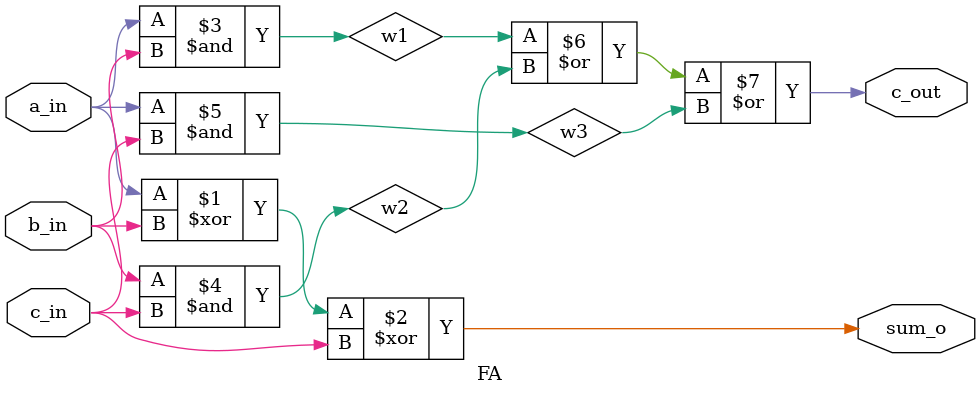
<source format=v>

module FA(a_in, b_in, c_in, sum_o, c_out);

input a_in;
input b_in;
input c_in;
output sum_o;
output c_out;

/* write your code here */
wire w1,w2,w3;

xor s(sum_o,a_in,b_in,c_in);

and g1(w1,a_in,b_in);
and g2(w2,b_in,c_in);
and g3(w3,a_in,c_in);
or co(c_out,w1,w2,w3);

endmodule
</source>
